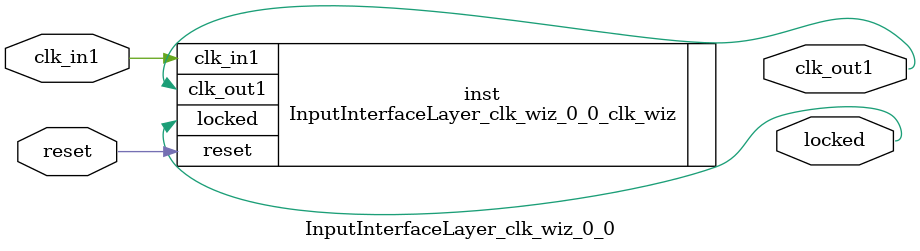
<source format=v>


`timescale 1ps/1ps

(* CORE_GENERATION_INFO = "InputInterfaceLayer_clk_wiz_0_0,clk_wiz_v6_0_8_0_0,{component_name=InputInterfaceLayer_clk_wiz_0_0,use_phase_alignment=true,use_min_o_jitter=false,use_max_i_jitter=false,use_dyn_phase_shift=false,use_inclk_switchover=false,use_dyn_reconfig=false,enable_axi=0,feedback_source=FDBK_AUTO,PRIMITIVE=MMCM,num_out_clk=1,clkin1_period=10.000,clkin2_period=10.000,use_power_down=false,use_reset=true,use_locked=true,use_inclk_stopped=false,feedback_type=SINGLE,CLOCK_MGR_TYPE=NA,manual_override=false}" *)

module InputInterfaceLayer_clk_wiz_0_0 
 (
  // Clock out ports
  output        clk_out1,
  // Status and control signals
  input         reset,
  output        locked,
 // Clock in ports
  input         clk_in1
 );

  InputInterfaceLayer_clk_wiz_0_0_clk_wiz inst
  (
  // Clock out ports  
  .clk_out1(clk_out1),
  // Status and control signals               
  .reset(reset), 
  .locked(locked),
 // Clock in ports
  .clk_in1(clk_in1)
  );

endmodule

</source>
